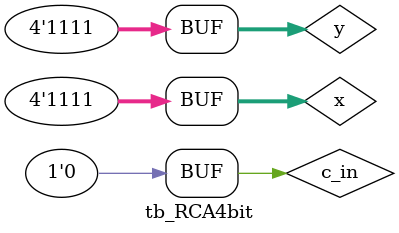
<source format=v>
`timescale 1ns/1ns

module tb_RCA4bit;
reg [3:0] x;
reg [3:0] y;
reg c_in;
wire [3:0] sum;
wire c_out;

RCA4Bit Adder (x, y, c_in, sum, c_out);

initial
begin

x = 4'b0000; y=4'b0000; c_in=0;
#100; x = 4'b0001; y=4'b0001; c_in=0;
#100; x = 4'b0010; y=4'b0001; c_in=0;
#100; x = 4'b0011; y=4'b0011; c_in=0;
#100; x = 4'b0100; y=4'b0011; c_in=0;
#100; x = 4'b0111; y=4'b0110; c_in=0;
#100; x = 4'b1000; y=4'b0111; c_in=0;
#100; x = 4'b1111; y=4'b1111; c_in=0; // '1111' + '1111' + '0'
end
endmodule
</source>
